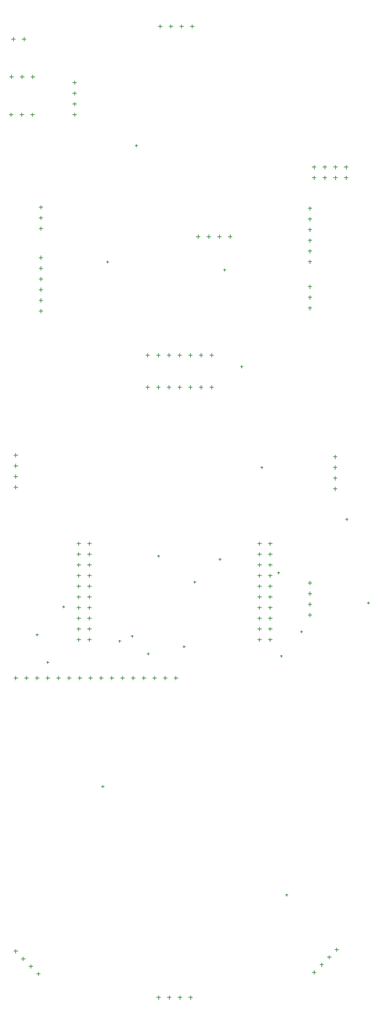
<source format=gbr>
%FSLAX44Y44*%
%MOMM*%
%SFA1B1*%

%IPPOS*%
%ADD34C,0.127000*%
%LNpcb1_drillmap_1-1*%
%LPD*%
G54D34*
X955499Y859999D02*
X964499D01*
X959999Y855499D02*
Y864499D01*
X980899Y859999D02*
X989899D01*
X985399Y855499D02*
Y864499D01*
X1006299Y859999D02*
X1015299D01*
X1010799Y855499D02*
Y864499D01*
X1031699Y859999D02*
X1040699D01*
X1036199Y855499D02*
Y864499D01*
X1261665Y1104138D02*
X1267665D01*
X1264666Y1101137D02*
Y1107137D01*
X1383880Y978381D02*
Y969381D01*
X1379380Y973881D02*
X1388380D01*
X1370420Y955920D02*
X1361420D01*
X1352460Y937960D02*
X1343460D01*
X1347960Y933459D02*
Y942459D01*
X1334499Y919999D02*
X1325499D01*
X1329999Y915499D02*
Y924499D01*
X1365920Y951420D02*
Y960420D01*
X827278Y1358947D02*
Y1364947D01*
X824277Y1361948D02*
X830277D01*
X975599Y1615499D02*
Y1624499D01*
X980099Y1619999D02*
X971099D01*
X954699D02*
X945699D01*
X950199Y1615499D02*
Y1624499D01*
X929299Y1619999D02*
X920299D01*
X924799Y1615499D02*
Y1624499D01*
X996499Y1619999D02*
X1005499D01*
X1000999Y1615499D02*
Y1624499D01*
X935482Y1674669D02*
Y1680669D01*
X932481Y1677670D02*
X938481D01*
X1017571Y1694688D02*
X1023571D01*
X1020572Y1691687D02*
Y1697687D01*
X1042971Y1848104D02*
X1048971D01*
X1045972Y1845103D02*
Y1851103D01*
X1105916Y1899459D02*
Y1905459D01*
X1108915Y1902460D02*
X1102915D01*
X1195499Y1812999D02*
X1204499D01*
X1199999Y1808499D02*
Y1817499D01*
X1220899Y1812999D02*
X1229899D01*
X1225399Y1808499D02*
Y1817499D01*
Y1792099D02*
Y1783099D01*
X1220899Y1787599D02*
X1229899D01*
X1204499D02*
X1195499D01*
X1199999Y1783099D02*
Y1792099D01*
Y1766699D02*
Y1757699D01*
X1195499Y1762199D02*
X1204499D01*
X1220899D02*
X1229899D01*
X1225399Y1757699D02*
Y1766699D01*
Y1741299D02*
Y1732299D01*
X1220899Y1736799D02*
X1229899D01*
X1204499D02*
X1195499D01*
X1199999Y1732299D02*
Y1741299D01*
Y1715899D02*
Y1706899D01*
X1195499Y1711399D02*
X1204499D01*
X1220899D02*
X1229899D01*
X1225399Y1706899D02*
Y1715899D01*
X1248965Y1672082D02*
X1254965D01*
X1251966Y1669081D02*
Y1675081D01*
X1302999Y1729999D02*
X1296999D01*
X1299999Y1726999D02*
Y1732999D01*
X1315499Y1769999D02*
X1324499D01*
X1319999Y1765499D02*
Y1774499D01*
Y1790899D02*
Y1799899D01*
X1315499Y1795399D02*
X1324499D01*
X1319999Y1816299D02*
Y1825299D01*
X1315499Y1820799D02*
X1324499D01*
X1319999Y1841699D02*
Y1850699D01*
X1315499Y1846199D02*
X1324499D01*
X1245362Y1867201D02*
Y1873201D01*
X1242361Y1870202D02*
X1248361D01*
X1229899Y1889199D02*
X1220899D01*
X1225399Y1893699D02*
Y1884699D01*
Y1868299D02*
Y1859299D01*
X1220899Y1863799D02*
X1229899D01*
X1204499D02*
X1195499D01*
X1199999Y1859299D02*
Y1868299D01*
Y1884699D02*
Y1893699D01*
X1195499Y1889199D02*
X1204499D01*
X1199999Y1910099D02*
Y1919099D01*
X1195499Y1914599D02*
X1204499D01*
X1220899D02*
X1229899D01*
X1225399Y1910099D02*
Y1919099D01*
Y1935499D02*
Y1944499D01*
X1220899Y1939999D02*
X1229899D01*
X1204499D02*
X1195499D01*
X1199999Y1935499D02*
Y1944499D01*
Y1842899D02*
Y1833899D01*
X1195499Y1838399D02*
X1204499D01*
X1220899D02*
X1229899D01*
X1225399Y1833899D02*
Y1842899D01*
X1404921Y1997456D02*
X1410921D01*
X1407922Y1994455D02*
Y2000455D01*
X1379999Y2065499D02*
Y2074499D01*
X1375499Y2069999D02*
X1384499D01*
X1379999Y2090899D02*
Y2099899D01*
X1375499Y2095399D02*
X1384499D01*
X1379999Y2116299D02*
Y2125299D01*
X1375499Y2120799D02*
X1384499D01*
X1379999Y2141699D02*
Y2150699D01*
X1375499Y2146199D02*
X1384499D01*
X1208483Y2120799D02*
X1202483D01*
X1205484Y2117799D02*
Y2123799D01*
X1086199Y2307399D02*
Y2316399D01*
X1081699Y2311899D02*
X1090699D01*
X1065299D02*
X1056299D01*
X1060799Y2307399D02*
Y2316399D01*
X1154731Y2360676D02*
X1160731D01*
X1157732Y2357675D02*
Y2363675D01*
X1086199Y2383599D02*
Y2392599D01*
X1081699Y2388099D02*
X1090699D01*
X1065299D02*
X1056299D01*
X1060799Y2383599D02*
Y2392599D01*
X1039899Y2388099D02*
X1030899D01*
X1035399Y2383599D02*
Y2392599D01*
X1014499Y2388099D02*
X1005499D01*
X1009999Y2383599D02*
Y2392599D01*
X989099Y2388099D02*
X980099D01*
X984599Y2383599D02*
Y2392599D01*
Y2316399D02*
Y2307399D01*
X980099Y2311899D02*
X989099D01*
X1005499D02*
X1014499D01*
X1009999Y2307399D02*
Y2316399D01*
X1030899Y2311899D02*
X1039899D01*
X1035399Y2307399D02*
Y2316399D01*
X959199Y2383599D02*
Y2392599D01*
X954699Y2388099D02*
X963699D01*
X938299D02*
X929299D01*
X933799Y2383599D02*
Y2392599D01*
Y2316399D02*
Y2307399D01*
X929299Y2311899D02*
X938299D01*
X954699D02*
X963699D01*
X959199Y2307399D02*
Y2316399D01*
X1114091Y2590800D02*
X1120091D01*
X1117092Y2587799D02*
Y2593799D01*
X1109099Y2669999D02*
X1100099D01*
X1104599Y2665499D02*
Y2674499D01*
X1083699Y2669999D02*
X1074699D01*
X1079199Y2665499D02*
Y2674499D01*
X1058299Y2669999D02*
X1049299D01*
X1053799Y2665499D02*
Y2674499D01*
X1125499Y2669999D02*
X1134499D01*
X1129999Y2665499D02*
Y2674499D01*
X1315499Y2525399D02*
X1324499D01*
X1319999Y2520899D02*
Y2529899D01*
Y2504499D02*
Y2495499D01*
X1315499Y2499999D02*
X1324499D01*
X1319999Y2546299D02*
Y2555299D01*
X1315499Y2550799D02*
X1324499D01*
X1319999Y2605499D02*
Y2614499D01*
X1315499Y2609999D02*
X1324499D01*
X1319999Y2630899D02*
Y2639899D01*
X1315499Y2635399D02*
X1324499D01*
X1319999Y2656299D02*
Y2665299D01*
X1315499Y2660799D02*
X1324499D01*
X1319999Y2681699D02*
Y2690699D01*
X1315499Y2686199D02*
X1324499D01*
X1319999Y2707099D02*
Y2716099D01*
X1315499Y2711599D02*
X1324499D01*
X1319999Y2732499D02*
Y2741499D01*
X1315499Y2736999D02*
X1324499D01*
X1376299Y2809999D02*
X1385299D01*
X1380799Y2805499D02*
Y2814499D01*
Y2830899D02*
Y2839899D01*
X1376299Y2835399D02*
X1385299D01*
X1401699D02*
X1410699D01*
X1406199Y2830899D02*
Y2839899D01*
Y2814499D02*
Y2805499D01*
X1401699Y2809999D02*
X1410699D01*
X1359899D02*
X1350899D01*
X1355399Y2805499D02*
Y2814499D01*
Y2830899D02*
Y2839899D01*
X1350899Y2835399D02*
X1359899D01*
X1334499D02*
X1325499D01*
X1329999Y2830899D02*
Y2839899D01*
Y2814499D02*
Y2805499D01*
X1325499Y2809999D02*
X1334499D01*
X1044499Y3169999D02*
X1035499D01*
X1039999Y3165499D02*
Y3174499D01*
X1019099Y3169999D02*
X1010099D01*
X1014599Y3165499D02*
Y3174499D01*
X993699Y3169999D02*
X984699D01*
X989199Y3165499D02*
Y3174499D01*
X968299Y3169999D02*
X959299D01*
X963799Y3165499D02*
Y3174499D01*
X764499Y3036199D02*
X755499D01*
X759999Y3031699D02*
Y3040699D01*
Y3015299D02*
Y3006299D01*
X755499Y3010799D02*
X764499D01*
Y2985399D02*
X755499D01*
X759999Y2980899D02*
Y2989899D01*
Y2964499D02*
Y2955499D01*
X755499Y2959999D02*
X764499D01*
X660799Y3045499D02*
Y3054499D01*
X656299Y3049999D02*
X665299D01*
X664499Y2959999D02*
X655499D01*
X659999Y2955499D02*
Y2964499D01*
X635399Y3045499D02*
Y3054499D01*
X630899Y3049999D02*
X639899D01*
X614499D02*
X605499D01*
X609999Y3045499D02*
Y3054499D01*
X609199Y2964499D02*
Y2955499D01*
X604699Y2959999D02*
X613699D01*
X630099D02*
X639099D01*
X634599Y2955499D02*
Y2964499D01*
X675499Y2739999D02*
X684499D01*
X679999Y2735499D02*
Y2744499D01*
Y2719099D02*
Y2710099D01*
X675499Y2714599D02*
X684499D01*
Y2689199D02*
X675499D01*
X679999Y2684699D02*
Y2693699D01*
Y2624499D02*
Y2615499D01*
X675499Y2619999D02*
X684499D01*
Y2594599D02*
X675499D01*
X679999Y2590099D02*
Y2599099D01*
Y2573699D02*
Y2564699D01*
X675499Y2569199D02*
X684499D01*
Y2543799D02*
X675499D01*
X679999Y2539299D02*
Y2548299D01*
Y2522899D02*
Y2513899D01*
X675499Y2518399D02*
X684499D01*
Y2492999D02*
X675499D01*
X679999Y2488499D02*
Y2497499D01*
X835453Y2609850D02*
X841453D01*
X838454Y2606849D02*
Y2612849D01*
X904033Y2886456D02*
X910033D01*
X907034Y2883455D02*
Y2889455D01*
X639999Y3135499D02*
Y3144499D01*
X635499Y3139999D02*
X644499D01*
X619099D02*
X610099D01*
X614599Y3135499D02*
Y3144499D01*
X615499Y2149999D02*
X624499D01*
X619999Y2145499D02*
Y2154499D01*
Y2129099D02*
Y2120099D01*
X615499Y2124599D02*
X624499D01*
Y2099199D02*
X615499D01*
X619999Y2094699D02*
Y2103699D01*
Y2078299D02*
Y2069299D01*
X615499Y2073799D02*
X624499D01*
X765499Y1939999D02*
X774499D01*
X769999Y1935499D02*
Y1944499D01*
Y1919099D02*
Y1910099D01*
X765499Y1914599D02*
X774499D01*
Y1889199D02*
X765499D01*
X769999Y1893699D02*
Y1884699D01*
Y1868299D02*
Y1859299D01*
X765499Y1863799D02*
X774499D01*
Y1838399D02*
X765499D01*
X769999Y1833899D02*
Y1842899D01*
Y1817499D02*
Y1808499D01*
X765499Y1812999D02*
X774499D01*
Y1787599D02*
X765499D01*
X769999Y1783099D02*
Y1792099D01*
Y1766699D02*
Y1757699D01*
X765499Y1762199D02*
X774499D01*
X734060Y1786429D02*
Y1792429D01*
X731059Y1789430D02*
X737059D01*
X765499Y1736799D02*
X774499D01*
X769999Y1732299D02*
Y1741299D01*
Y1715899D02*
Y1706899D01*
X765499Y1711399D02*
X774499D01*
X790899D02*
X799899D01*
X795399Y1706899D02*
Y1715899D01*
Y1732299D02*
Y1741299D01*
X790899Y1736799D02*
X799899D01*
X864155Y1707642D02*
X870155D01*
X867156Y1704641D02*
Y1710641D01*
X894127Y1719514D02*
X900127D01*
X897128Y1716514D02*
Y1722514D01*
X795399Y1757699D02*
Y1766699D01*
X790899Y1762199D02*
X799899D01*
X795399Y1783099D02*
Y1792099D01*
X790899Y1787599D02*
X799899D01*
X795399Y1808499D02*
Y1817499D01*
X790899Y1812999D02*
X799899D01*
X795399Y1833899D02*
Y1842899D01*
X790899Y1838399D02*
X799899D01*
X795399Y1859299D02*
Y1868299D01*
X790899Y1863799D02*
X799899D01*
X795399Y1884699D02*
Y1893699D01*
X790899Y1889199D02*
X799899D01*
X795399Y1910099D02*
Y1919099D01*
X790899Y1914599D02*
X799899D01*
X795399Y1935499D02*
Y1944499D01*
X790899Y1939999D02*
X799899D01*
X956999Y1909999D02*
X962999D01*
X959999Y1906999D02*
Y1912999D01*
X673813Y1722882D02*
X667813D01*
X670814Y1719881D02*
Y1725881D01*
X693199Y1657350D02*
X699199D01*
X696199Y1654349D02*
Y1660349D01*
Y1624499D02*
Y1615499D01*
X691699Y1619999D02*
X700699D01*
X675299D02*
X666299D01*
X670799Y1615499D02*
Y1624499D01*
X717099Y1619999D02*
X726099D01*
X721599Y1615499D02*
Y1624499D01*
X742499Y1619999D02*
X751499D01*
X746999Y1615499D02*
Y1624499D01*
X767899Y1619999D02*
X776899D01*
X772399Y1615499D02*
Y1624499D01*
X793299Y1619999D02*
X802299D01*
X797799Y1615499D02*
Y1624499D01*
X818699Y1619999D02*
X827699D01*
X823199Y1615499D02*
Y1624499D01*
X844099Y1619999D02*
X853099D01*
X848599Y1615499D02*
Y1624499D01*
X869499Y1619999D02*
X878499D01*
X873999Y1615499D02*
Y1624499D01*
X894899Y1619999D02*
X903899D01*
X899399Y1615499D02*
Y1624499D01*
X649899Y1619999D02*
X640899D01*
X645399Y1615499D02*
Y1624499D01*
X624499Y1619999D02*
X615499D01*
X619999Y1615499D02*
Y1624499D01*
Y974499D02*
Y965499D01*
X615499Y969999D02*
X624499D01*
X633460Y952039D02*
X642460D01*
X637960Y947539D02*
Y956539D01*
X651420Y934078D02*
X660420D01*
X655920Y929578D02*
Y938578D01*
X669380Y916118D02*
X678380D01*
X673880Y911618D02*
Y920618D01*
X1456229Y1798828D02*
X1462229D01*
X1459230Y1795827D02*
Y1801827D01*
M02*
</source>
